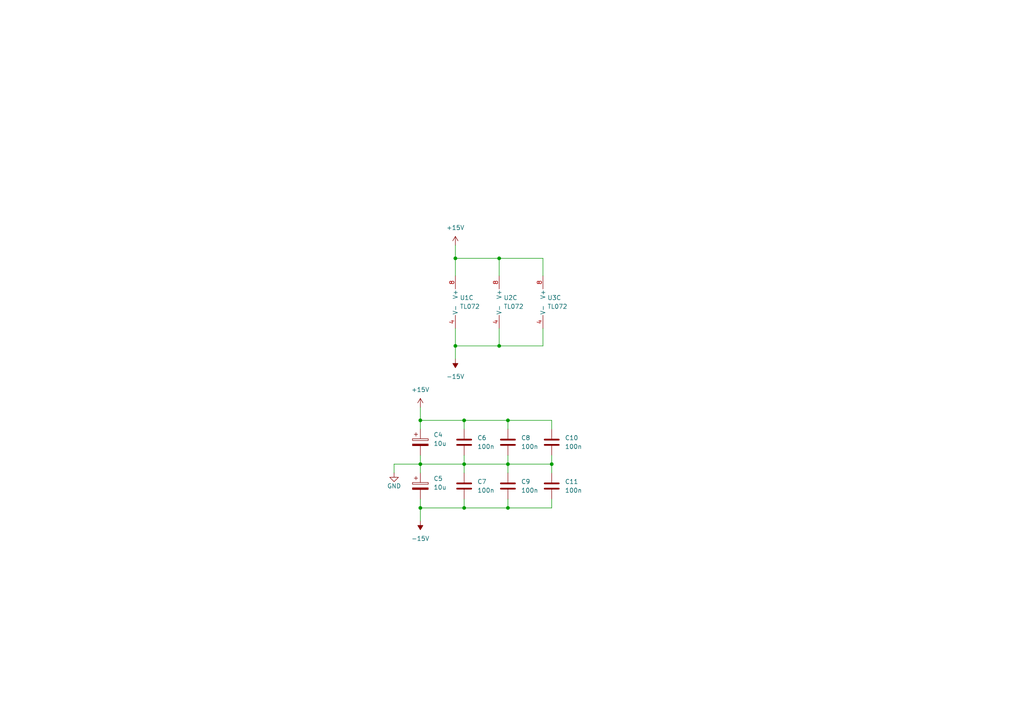
<source format=kicad_sch>
(kicad_sch (version 20230121) (generator eeschema)
  (paper "A4")
  (title_block (title "M.S.M. Stereo Lowpass Filter Pedal") (date "2022-05-26") (rev "0") (comment 2 "creativecommons.org/licenses/by/4.0") (comment 3 "License: CC by 4.0") (comment 4 "Author: Jordan Aceto"))
  (lib_symbols
    (symbol "Amplifier_Operational:TL072" (pin_names (offset 0.127))
      (property "Reference" "U" (at 0 5.08 0))
      (property "Value" "TL072" (at 0 -5.08 0))
      (symbol "TL072_1_1"
        (polyline (pts (xy -5.08 5.08) (xy 5.08 0) (xy -5.08 -5.08) (xy -5.08 5.08)) (stroke (width 0.254)) (fill (type background)))
        (pin output line (at 7.62 0 180) (length 2.54) (name "~") (number "1"))
        (pin input line (at -7.62 -2.54 0) (length 2.54) (name "-") (number "2"))
        (pin input line (at -7.62 2.54 0) (length 2.54) (name "+") (number "3"))
      )
      (symbol "TL072_2_1"
        (polyline (pts (xy -5.08 5.08) (xy 5.08 0) (xy -5.08 -5.08) (xy -5.08 5.08)) (stroke (width 0.254)) (fill (type background)))
        (pin input line (at -7.62 2.54 0) (length 2.54) (name "+") (number "5"))
        (pin input line (at -7.62 -2.54 0) (length 2.54) (name "-") (number "6"))
        (pin output line (at 7.62 0 180) (length 2.54) (name "~") (number "7"))
      )
      (symbol "TL072_3_1"
        (pin power_in line (at -2.54 -7.62 90) (length 3.81) (name "V-") (number "4"))
        (pin power_in line (at -2.54 7.62 270) (length 3.81) (name "V+") (number "8"))
      )
    )
    (symbol "Device:C" (pin_numbers hide) (pin_names (offset 0.254))
      (property "Reference" "C" (at 0.635 2.54 0))
      (property "Value" "C" (at 0.635 -2.54 0))
      (symbol "C_0_1"
        (polyline (pts (xy -2.032 -0.762) (xy 2.032 -0.762)) (stroke (width 0.508)))
        (polyline (pts (xy -2.032 0.762) (xy 2.032 0.762)) (stroke (width 0.508)))
      )
      (symbol "C_1_1"
        (pin passive line (at 0 3.81 270) (length 2.794) (name "~") (number "1"))
        (pin passive line (at 0 -3.81 90) (length 2.794) (name "~") (number "2"))
      )
    )
    (symbol "Device:C_Polarized" (pin_numbers hide) (pin_names (offset 0.254))
      (property "Reference" "C" (at 0.635 2.54 0))
      (property "Value" "C_Polarized" (at 0.635 -2.54 0))
      (symbol "C_Polarized_0_1"
        (rectangle (start -2.286 0.508) (end 2.286 1.016))
        (polyline (pts (xy -1.778 2.286) (xy -0.762 2.286)))
        (polyline (pts (xy -1.27 2.794) (xy -1.27 1.778)))
        (rectangle (start 2.286 -0.508) (end -2.286 -1.016) (fill (type outline)))
      )
      (symbol "C_Polarized_1_1"
        (pin passive line (at 0 3.81 270) (length 2.794) (name "~") (number "1"))
        (pin passive line (at 0 -3.81 90) (length 2.794) (name "~") (number "2"))
      )
    )
    (symbol "power:+15V" (power) (pin_names (offset 0))
      (property "Value" "+15V" (at 0 3.556 0))
      (symbol "+15V_0_1"
        (polyline (pts (xy -0.762 1.27) (xy 0 2.54)))
        (polyline (pts (xy 0 0) (xy 0 2.54)))
        (polyline (pts (xy 0 2.54) (xy 0.762 1.27)))
      )
      (symbol "+15V_1_1"
        (pin power_in line (at 0 0 90) (length 0) hide (name "+15V") (number "1"))
      )
    )
    (symbol "power:-15V" (power) (pin_names (offset 0))
      (property "Value" "-15V" (at 0 3.81 0))
      (symbol "-15V_0_0"
        (pin power_in line (at 0 0 90) (length 0) hide (name "-15V") (number "1"))
      )
      (symbol "-15V_0_1"
        (polyline (pts (xy 0 0) (xy 0 1.27) (xy 0.762 1.27) (xy 0 2.54) (xy -0.762 1.27) (xy 0 1.27)) (fill (type outline)))
      )
    )
    (symbol "power:GND" (power) (pin_names (offset 0))
      (property "Value" "GND" (at 0 -3.81 0))
      (symbol "GND_0_1"
        (polyline (pts (xy 0 0) (xy 0 -1.27) (xy 1.27 -1.27) (xy 0 -2.54) (xy -1.27 -1.27) (xy 0 -1.27)))
      )
      (symbol "GND_1_1"
        (pin power_in line (at 0 0 270) (length 0) hide (name "GND") (number "1"))
      )
    )
  )
  (junction (at 132.08 100.33))
  (junction (at 121.92 121.92))
  (junction (at 121.92 147.32))
  (junction (at 144.78 74.93))
  (junction (at 147.32 134.62))
  (junction (at 132.08 74.93))
  (junction (at 134.62 121.92))
  (junction (at 160.02 134.62))
  (junction (at 147.32 147.32))
  (junction (at 134.62 134.62))
  (junction (at 121.92 134.62))
  (junction (at 147.32 121.92))
  (junction (at 134.62 147.32))
  (junction (at 144.78 100.33))
  (wire (pts (xy 134.62 134.62) (xy 121.92 134.62)))
  (wire (pts (xy 160.02 147.32) (xy 160.02 144.78)))
  (wire (pts (xy 134.62 134.62) (xy 134.62 137.16)))
  (wire (pts (xy 157.48 100.33) (xy 157.48 95.25)))
  (wire (pts (xy 121.92 134.62) (xy 121.92 137.16)))
  (wire (pts (xy 132.08 95.25) (xy 132.08 100.33)))
  (wire (pts (xy 132.08 100.33) (xy 132.08 104.14)))
  (wire (pts (xy 121.92 147.32) (xy 121.92 151.13)))
  (wire (pts (xy 147.32 147.32) (xy 147.32 144.78)))
  (wire (pts (xy 160.02 134.62) (xy 160.02 137.16)))
  (wire (pts (xy 121.92 144.78) (xy 121.92 147.32)))
  (wire (pts (xy 144.78 74.93) (xy 132.08 74.93)))
  (wire (pts (xy 114.3 134.62) (xy 121.92 134.62)))
  (wire (pts (xy 134.62 121.92) (xy 121.92 121.92)))
  (wire (pts (xy 144.78 100.33) (xy 132.08 100.33)))
  (wire (pts (xy 147.32 121.92) (xy 147.32 124.46)))
  (wire (pts (xy 132.08 71.12) (xy 132.08 74.93)))
  (wire (pts (xy 121.92 147.32) (xy 134.62 147.32)))
  (wire (pts (xy 144.78 100.33) (xy 144.78 95.25)))
  (wire (pts (xy 147.32 147.32) (xy 160.02 147.32)))
  (wire (pts (xy 157.48 74.93) (xy 157.48 80.01)))
  (wire (pts (xy 134.62 132.08) (xy 134.62 134.62)))
  (wire (pts (xy 160.02 134.62) (xy 147.32 134.62)))
  (wire (pts (xy 157.48 74.93) (xy 144.78 74.93)))
  (wire (pts (xy 147.32 134.62) (xy 134.62 134.62)))
  (wire (pts (xy 121.92 121.92) (xy 121.92 124.46)))
  (wire (pts (xy 134.62 121.92) (xy 134.62 124.46)))
  (wire (pts (xy 147.32 121.92) (xy 134.62 121.92)))
  (wire (pts (xy 160.02 132.08) (xy 160.02 134.62)))
  (wire (pts (xy 144.78 74.93) (xy 144.78 80.01)))
  (wire (pts (xy 114.3 137.16) (xy 114.3 134.62)))
  (wire (pts (xy 121.92 132.08) (xy 121.92 134.62)))
  (wire (pts (xy 157.48 100.33) (xy 144.78 100.33)))
  (wire (pts (xy 132.08 74.93) (xy 132.08 80.01)))
  (wire (pts (xy 134.62 147.32) (xy 147.32 147.32)))
  (wire (pts (xy 160.02 121.92) (xy 160.02 124.46)))
  (wire (pts (xy 134.62 147.32) (xy 134.62 144.78)))
  (wire (pts (xy 160.02 121.92) (xy 147.32 121.92)))
  (wire (pts (xy 121.92 118.11) (xy 121.92 121.92)))
  (wire (pts (xy 147.32 132.08) (xy 147.32 134.62)))
  (wire (pts (xy 147.32 134.62) (xy 147.32 137.16)))
  (symbol (lib_id "Device:C") (at 147.32 128.27 0) (unit 1)
    (property "Reference" "C8" (at 151.13 126.9999 0) (effects (justify left)))
    (property "Value" "100n" (at 151.13 129.5399 0) (effects (justify left)))
    (property "Footprint" "Capacitor_SMD:C_0805_2012Metric" (effects hide))
  )
  (symbol (lib_id "power:+15V") (at 132.08 71.12 0) (unit 1)
    (property "Reference" "#PWR018" (effects hide))
    (property "Value" "+15V" (at 132.08 66.04 0))
  )
  (symbol (lib_id "Device:C_Polarized") (at 121.92 128.27 0) (unit 1)
    (property "Reference" "C4" (at 125.73 126.1109 0) (effects (justify left)))
    (property "Value" "10u" (at 125.73 128.6509 0) (effects (justify left)))
    (property "Footprint" "Capacitor_THT:CP_Radial_D6.3mm_P2.50mm" (effects hide))
  )
  (symbol (lib_id "Device:C") (at 134.62 128.27 0) (unit 1)
    (property "Reference" "C6" (at 138.43 126.9999 0) (effects (justify left)))
    (property "Value" "100n" (at 138.43 129.5399 0) (effects (justify left)))
    (property "Footprint" "Capacitor_SMD:C_0805_2012Metric" (effects hide))
  )
  (symbol (lib_id "Device:C") (at 134.62 140.97 0) (unit 1)
    (property "Reference" "C7" (at 138.43 139.6999 0) (effects (justify left)))
    (property "Value" "100n" (at 138.43 142.2399 0) (effects (justify left)))
    (property "Footprint" "Capacitor_SMD:C_0805_2012Metric" (effects hide))
  )
  (symbol (lib_id "Device:C") (at 160.02 128.27 0) (unit 1)
    (property "Reference" "C10" (at 163.83 126.9999 0) (effects (justify left)))
    (property "Value" "100n" (at 163.83 129.5399 0) (effects (justify left)))
    (property "Footprint" "Capacitor_SMD:C_0805_2012Metric" (effects hide))
  )
  (symbol (lib_id "power:GND") (at 114.3 137.16 0) (unit 1)
    (property "Reference" "#PWR028" (effects hide))
    (property "Value" "GND" (at 114.3 140.97 0))
  )
  (symbol (lib_id "power:+15V") (at 121.92 118.11 0) (unit 1)
    (property "Reference" "#PWR020" (effects hide))
    (property "Value" "+15V" (at 121.92 113.03 0))
  )
  (symbol (lib_id "Device:C") (at 147.32 140.97 0) (unit 1)
    (property "Reference" "C9" (at 151.13 139.6999 0) (effects (justify left)))
    (property "Value" "100n" (at 151.13 142.2399 0) (effects (justify left)))
    (property "Footprint" "Capacitor_SMD:C_0805_2012Metric" (effects hide))
  )
  (symbol (lib_id "power:-15V") (at 121.92 151.13 180) (unit 1)
    (property "Reference" "#PWR021" (effects hide))
    (property "Value" "-15V" (at 121.92 156.21 0))
  )
  (symbol (lib_id "Amplifier_Operational:TL072") (at 160.02 87.63 0) (unit 3)
    (property "Reference" "U3" (at 158.75 86.3599 0) (effects (justify left)))
    (property "Value" "TL072" (at 158.75 88.8999 0) (effects (justify left)))
    (property "Footprint" "Package_SO:SOIC-8_3.9x4.9mm_P1.27mm" (effects hide))
    (property "Datasheet" "http://www.ti.com/lit/ds/symlink/tl071.pdf" (effects hide))
  )
  (symbol (lib_id "Device:C_Polarized") (at 121.92 140.97 0) (unit 1)
    (property "Reference" "C5" (at 125.73 138.8109 0) (effects (justify left)))
    (property "Value" "10u" (at 125.73 141.3509 0) (effects (justify left)))
    (property "Footprint" "Capacitor_THT:CP_Radial_D6.3mm_P2.50mm" (effects hide))
  )
  (symbol (lib_id "Amplifier_Operational:TL072") (at 134.62 87.63 0) (unit 3)
    (property "Reference" "U1" (at 133.35 86.3599 0) (effects (justify left)))
    (property "Value" "TL072" (at 133.35 88.8999 0) (effects (justify left)))
    (property "Footprint" "Package_SO:SOIC-8_3.9x4.9mm_P1.27mm" (effects hide))
    (property "Datasheet" "http://www.ti.com/lit/ds/symlink/tl071.pdf" (effects hide))
  )
  (symbol (lib_id "Amplifier_Operational:TL072") (at 147.32 87.63 0) (unit 3)
    (property "Reference" "U2" (at 146.05 86.3599 0) (effects (justify left)))
    (property "Value" "TL072" (at 146.05 88.8999 0) (effects (justify left)))
    (property "Footprint" "Package_SO:SOIC-8_3.9x4.9mm_P1.27mm" (effects hide))
    (property "Datasheet" "http://www.ti.com/lit/ds/symlink/tl071.pdf" (effects hide))
  )
  (symbol (lib_id "power:-15V") (at 132.08 104.14 180) (unit 1)
    (property "Reference" "#PWR019" (effects hide))
    (property "Value" "-15V" (at 132.08 109.22 0))
  )
  (symbol (lib_id "Device:C") (at 160.02 140.97 0) (unit 1)
    (property "Reference" "C11" (at 163.83 139.6999 0) (effects (justify left)))
    (property "Value" "100n" (at 163.83 142.2399 0) (effects (justify left)))
    (property "Footprint" "Capacitor_SMD:C_0805_2012Metric" (effects hide))
  )
)
</source>
